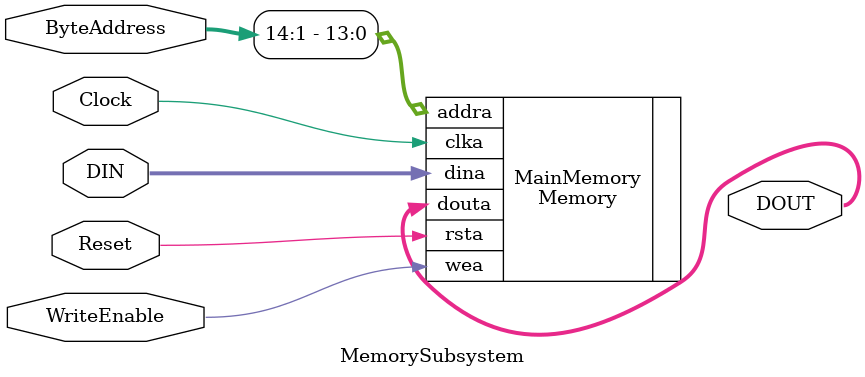
<source format=v>
`timescale 1ns / 1ps

module MemorySubsystem(
		input [15:0] ByteAddress, DIN, 
		input WriteEnable,
		input Reset, Clock,
		output [15:0] DOUT
    );
	
	Memory MainMemory(
		.clka(Clock),
		.rsta(Reset), 
		.wea(WriteEnable), 
		.addra(ByteAddress[14:1]), 
		.dina(DIN), 
		.douta(DOUT) 
	);
	
	

endmodule

</source>
